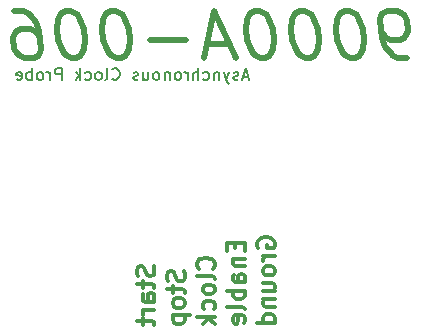
<source format=gbr>
G04 #@! TF.GenerationSoftware,KiCad,Pcbnew,(5.1.4)-1*
G04 #@! TF.CreationDate,2021-07-27T11:29:55-04:00*
G04 #@! TF.ProjectId,9000 Clock Module,39303030-2043-46c6-9f63-6b204d6f6475,rev?*
G04 #@! TF.SameCoordinates,Original*
G04 #@! TF.FileFunction,Legend,Bot*
G04 #@! TF.FilePolarity,Positive*
%FSLAX46Y46*%
G04 Gerber Fmt 4.6, Leading zero omitted, Abs format (unit mm)*
G04 Created by KiCad (PCBNEW (5.1.4)-1) date 2021-07-27 11:29:55*
%MOMM*%
%LPD*%
G04 APERTURE LIST*
%ADD10C,0.150000*%
%ADD11C,0.500000*%
%ADD12C,0.300000*%
G04 APERTURE END LIST*
D10*
X114643333Y-62626666D02*
X114167142Y-62626666D01*
X114738571Y-62912380D02*
X114405238Y-61912380D01*
X114071904Y-62912380D01*
X113786190Y-62864761D02*
X113690952Y-62912380D01*
X113500476Y-62912380D01*
X113405238Y-62864761D01*
X113357619Y-62769523D01*
X113357619Y-62721904D01*
X113405238Y-62626666D01*
X113500476Y-62579047D01*
X113643333Y-62579047D01*
X113738571Y-62531428D01*
X113786190Y-62436190D01*
X113786190Y-62388571D01*
X113738571Y-62293333D01*
X113643333Y-62245714D01*
X113500476Y-62245714D01*
X113405238Y-62293333D01*
X113024285Y-62245714D02*
X112786190Y-62912380D01*
X112548095Y-62245714D02*
X112786190Y-62912380D01*
X112881428Y-63150476D01*
X112929047Y-63198095D01*
X113024285Y-63245714D01*
X112167142Y-62245714D02*
X112167142Y-62912380D01*
X112167142Y-62340952D02*
X112119523Y-62293333D01*
X112024285Y-62245714D01*
X111881428Y-62245714D01*
X111786190Y-62293333D01*
X111738571Y-62388571D01*
X111738571Y-62912380D01*
X110833809Y-62864761D02*
X110929047Y-62912380D01*
X111119523Y-62912380D01*
X111214761Y-62864761D01*
X111262380Y-62817142D01*
X111310000Y-62721904D01*
X111310000Y-62436190D01*
X111262380Y-62340952D01*
X111214761Y-62293333D01*
X111119523Y-62245714D01*
X110929047Y-62245714D01*
X110833809Y-62293333D01*
X110405238Y-62912380D02*
X110405238Y-61912380D01*
X109976666Y-62912380D02*
X109976666Y-62388571D01*
X110024285Y-62293333D01*
X110119523Y-62245714D01*
X110262380Y-62245714D01*
X110357619Y-62293333D01*
X110405238Y-62340952D01*
X109500476Y-62912380D02*
X109500476Y-62245714D01*
X109500476Y-62436190D02*
X109452857Y-62340952D01*
X109405238Y-62293333D01*
X109310000Y-62245714D01*
X109214761Y-62245714D01*
X108738571Y-62912380D02*
X108833809Y-62864761D01*
X108881428Y-62817142D01*
X108929047Y-62721904D01*
X108929047Y-62436190D01*
X108881428Y-62340952D01*
X108833809Y-62293333D01*
X108738571Y-62245714D01*
X108595714Y-62245714D01*
X108500476Y-62293333D01*
X108452857Y-62340952D01*
X108405238Y-62436190D01*
X108405238Y-62721904D01*
X108452857Y-62817142D01*
X108500476Y-62864761D01*
X108595714Y-62912380D01*
X108738571Y-62912380D01*
X107976666Y-62245714D02*
X107976666Y-62912380D01*
X107976666Y-62340952D02*
X107929047Y-62293333D01*
X107833809Y-62245714D01*
X107690952Y-62245714D01*
X107595714Y-62293333D01*
X107548095Y-62388571D01*
X107548095Y-62912380D01*
X106929047Y-62912380D02*
X107024285Y-62864761D01*
X107071904Y-62817142D01*
X107119523Y-62721904D01*
X107119523Y-62436190D01*
X107071904Y-62340952D01*
X107024285Y-62293333D01*
X106929047Y-62245714D01*
X106786190Y-62245714D01*
X106690952Y-62293333D01*
X106643333Y-62340952D01*
X106595714Y-62436190D01*
X106595714Y-62721904D01*
X106643333Y-62817142D01*
X106690952Y-62864761D01*
X106786190Y-62912380D01*
X106929047Y-62912380D01*
X105738571Y-62245714D02*
X105738571Y-62912380D01*
X106167142Y-62245714D02*
X106167142Y-62769523D01*
X106119523Y-62864761D01*
X106024285Y-62912380D01*
X105881428Y-62912380D01*
X105786190Y-62864761D01*
X105738571Y-62817142D01*
X105310000Y-62864761D02*
X105214761Y-62912380D01*
X105024285Y-62912380D01*
X104929047Y-62864761D01*
X104881428Y-62769523D01*
X104881428Y-62721904D01*
X104929047Y-62626666D01*
X105024285Y-62579047D01*
X105167142Y-62579047D01*
X105262380Y-62531428D01*
X105310000Y-62436190D01*
X105310000Y-62388571D01*
X105262380Y-62293333D01*
X105167142Y-62245714D01*
X105024285Y-62245714D01*
X104929047Y-62293333D01*
X103119523Y-62817142D02*
X103167142Y-62864761D01*
X103310000Y-62912380D01*
X103405238Y-62912380D01*
X103548095Y-62864761D01*
X103643333Y-62769523D01*
X103690952Y-62674285D01*
X103738571Y-62483809D01*
X103738571Y-62340952D01*
X103690952Y-62150476D01*
X103643333Y-62055238D01*
X103548095Y-61960000D01*
X103405238Y-61912380D01*
X103310000Y-61912380D01*
X103167142Y-61960000D01*
X103119523Y-62007619D01*
X102548095Y-62912380D02*
X102643333Y-62864761D01*
X102690952Y-62769523D01*
X102690952Y-61912380D01*
X102024285Y-62912380D02*
X102119523Y-62864761D01*
X102167142Y-62817142D01*
X102214761Y-62721904D01*
X102214761Y-62436190D01*
X102167142Y-62340952D01*
X102119523Y-62293333D01*
X102024285Y-62245714D01*
X101881428Y-62245714D01*
X101786190Y-62293333D01*
X101738571Y-62340952D01*
X101690952Y-62436190D01*
X101690952Y-62721904D01*
X101738571Y-62817142D01*
X101786190Y-62864761D01*
X101881428Y-62912380D01*
X102024285Y-62912380D01*
X100833809Y-62864761D02*
X100929047Y-62912380D01*
X101119523Y-62912380D01*
X101214761Y-62864761D01*
X101262380Y-62817142D01*
X101310000Y-62721904D01*
X101310000Y-62436190D01*
X101262380Y-62340952D01*
X101214761Y-62293333D01*
X101119523Y-62245714D01*
X100929047Y-62245714D01*
X100833809Y-62293333D01*
X100405238Y-62912380D02*
X100405238Y-61912380D01*
X100310000Y-62531428D02*
X100024285Y-62912380D01*
X100024285Y-62245714D02*
X100405238Y-62626666D01*
X98833809Y-62912380D02*
X98833809Y-61912380D01*
X98452857Y-61912380D01*
X98357619Y-61960000D01*
X98310000Y-62007619D01*
X98262380Y-62102857D01*
X98262380Y-62245714D01*
X98310000Y-62340952D01*
X98357619Y-62388571D01*
X98452857Y-62436190D01*
X98833809Y-62436190D01*
X97833809Y-62912380D02*
X97833809Y-62245714D01*
X97833809Y-62436190D02*
X97786190Y-62340952D01*
X97738571Y-62293333D01*
X97643333Y-62245714D01*
X97548095Y-62245714D01*
X97071904Y-62912380D02*
X97167142Y-62864761D01*
X97214761Y-62817142D01*
X97262380Y-62721904D01*
X97262380Y-62436190D01*
X97214761Y-62340952D01*
X97167142Y-62293333D01*
X97071904Y-62245714D01*
X96929047Y-62245714D01*
X96833809Y-62293333D01*
X96786190Y-62340952D01*
X96738571Y-62436190D01*
X96738571Y-62721904D01*
X96786190Y-62817142D01*
X96833809Y-62864761D01*
X96929047Y-62912380D01*
X97071904Y-62912380D01*
X96310000Y-62912380D02*
X96310000Y-61912380D01*
X96310000Y-62293333D02*
X96214761Y-62245714D01*
X96024285Y-62245714D01*
X95929047Y-62293333D01*
X95881428Y-62340952D01*
X95833809Y-62436190D01*
X95833809Y-62721904D01*
X95881428Y-62817142D01*
X95929047Y-62864761D01*
X96024285Y-62912380D01*
X96214761Y-62912380D01*
X96310000Y-62864761D01*
X95024285Y-62864761D02*
X95119523Y-62912380D01*
X95310000Y-62912380D01*
X95405238Y-62864761D01*
X95452857Y-62769523D01*
X95452857Y-62388571D01*
X95405238Y-62293333D01*
X95310000Y-62245714D01*
X95119523Y-62245714D01*
X95024285Y-62293333D01*
X94976666Y-62388571D01*
X94976666Y-62483809D01*
X95452857Y-62579047D01*
D11*
X128072767Y-61039523D02*
X127310863Y-61039523D01*
X126906101Y-60849047D01*
X126691815Y-60658571D01*
X126239434Y-60087142D01*
X125953720Y-59325238D01*
X125763244Y-57801428D01*
X125906101Y-57420476D01*
X126072767Y-57230000D01*
X126429910Y-57039523D01*
X127191815Y-57039523D01*
X127596577Y-57230000D01*
X127810863Y-57420476D01*
X128048958Y-57801428D01*
X128168005Y-58753809D01*
X128025148Y-59134761D01*
X127858482Y-59325238D01*
X127501339Y-59515714D01*
X126739434Y-59515714D01*
X126334672Y-59325238D01*
X126120386Y-59134761D01*
X125882291Y-58753809D01*
X123191815Y-57039523D02*
X122810863Y-57039523D01*
X122453720Y-57230000D01*
X122287053Y-57420476D01*
X122144196Y-57801428D01*
X122048958Y-58563333D01*
X122168005Y-59515714D01*
X122453720Y-60277619D01*
X122691815Y-60658571D01*
X122906101Y-60849047D01*
X123310863Y-61039523D01*
X123691815Y-61039523D01*
X124048958Y-60849047D01*
X124215625Y-60658571D01*
X124358482Y-60277619D01*
X124453720Y-59515714D01*
X124334672Y-58563333D01*
X124048958Y-57801428D01*
X123810863Y-57420476D01*
X123596577Y-57230000D01*
X123191815Y-57039523D01*
X119382291Y-57039523D02*
X119001339Y-57039523D01*
X118644196Y-57230000D01*
X118477529Y-57420476D01*
X118334672Y-57801428D01*
X118239434Y-58563333D01*
X118358482Y-59515714D01*
X118644196Y-60277619D01*
X118882291Y-60658571D01*
X119096577Y-60849047D01*
X119501339Y-61039523D01*
X119882291Y-61039523D01*
X120239434Y-60849047D01*
X120406101Y-60658571D01*
X120548958Y-60277619D01*
X120644196Y-59515714D01*
X120525148Y-58563333D01*
X120239434Y-57801428D01*
X120001339Y-57420476D01*
X119787053Y-57230000D01*
X119382291Y-57039523D01*
X115572767Y-57039523D02*
X115191815Y-57039523D01*
X114834672Y-57230000D01*
X114668005Y-57420476D01*
X114525148Y-57801428D01*
X114429910Y-58563333D01*
X114548958Y-59515714D01*
X114834672Y-60277619D01*
X115072767Y-60658571D01*
X115287053Y-60849047D01*
X115691815Y-61039523D01*
X116072767Y-61039523D01*
X116429910Y-60849047D01*
X116596577Y-60658571D01*
X116739434Y-60277619D01*
X116834672Y-59515714D01*
X116715625Y-58563333D01*
X116429910Y-57801428D01*
X116191815Y-57420476D01*
X115977529Y-57230000D01*
X115572767Y-57039523D01*
X113072767Y-59896666D02*
X111168005Y-59896666D01*
X113596577Y-61039523D02*
X111763244Y-57039523D01*
X110929910Y-61039523D01*
X109406101Y-59515714D02*
X106358482Y-59515714D01*
X103382291Y-57039523D02*
X103001339Y-57039523D01*
X102644196Y-57230000D01*
X102477529Y-57420476D01*
X102334672Y-57801428D01*
X102239434Y-58563333D01*
X102358482Y-59515714D01*
X102644196Y-60277619D01*
X102882291Y-60658571D01*
X103096577Y-60849047D01*
X103501339Y-61039523D01*
X103882291Y-61039523D01*
X104239434Y-60849047D01*
X104406101Y-60658571D01*
X104548958Y-60277619D01*
X104644196Y-59515714D01*
X104525148Y-58563333D01*
X104239434Y-57801428D01*
X104001339Y-57420476D01*
X103787053Y-57230000D01*
X103382291Y-57039523D01*
X99572767Y-57039523D02*
X99191815Y-57039523D01*
X98834672Y-57230000D01*
X98668005Y-57420476D01*
X98525148Y-57801428D01*
X98429910Y-58563333D01*
X98548958Y-59515714D01*
X98834672Y-60277619D01*
X99072767Y-60658571D01*
X99287053Y-60849047D01*
X99691815Y-61039523D01*
X100072767Y-61039523D01*
X100429910Y-60849047D01*
X100596577Y-60658571D01*
X100739434Y-60277619D01*
X100834672Y-59515714D01*
X100715625Y-58563333D01*
X100429910Y-57801428D01*
X100191815Y-57420476D01*
X99977529Y-57230000D01*
X99572767Y-57039523D01*
X94810863Y-57039523D02*
X95572767Y-57039523D01*
X95977529Y-57230000D01*
X96191815Y-57420476D01*
X96644196Y-57991904D01*
X96929910Y-58753809D01*
X97120386Y-60277619D01*
X96977529Y-60658571D01*
X96810863Y-60849047D01*
X96453720Y-61039523D01*
X95691815Y-61039523D01*
X95287053Y-60849047D01*
X95072767Y-60658571D01*
X94834672Y-60277619D01*
X94715625Y-59325238D01*
X94858482Y-58944285D01*
X95025148Y-58753809D01*
X95382291Y-58563333D01*
X96144196Y-58563333D01*
X96548958Y-58753809D01*
X96763244Y-58944285D01*
X97001339Y-59325238D01*
D12*
X106617142Y-78682142D02*
X106688571Y-78896428D01*
X106688571Y-79253571D01*
X106617142Y-79396428D01*
X106545714Y-79467857D01*
X106402857Y-79539285D01*
X106260000Y-79539285D01*
X106117142Y-79467857D01*
X106045714Y-79396428D01*
X105974285Y-79253571D01*
X105902857Y-78967857D01*
X105831428Y-78825000D01*
X105760000Y-78753571D01*
X105617142Y-78682142D01*
X105474285Y-78682142D01*
X105331428Y-78753571D01*
X105260000Y-78825000D01*
X105188571Y-78967857D01*
X105188571Y-79325000D01*
X105260000Y-79539285D01*
X105688571Y-79967857D02*
X105688571Y-80539285D01*
X105188571Y-80182142D02*
X106474285Y-80182142D01*
X106617142Y-80253571D01*
X106688571Y-80396428D01*
X106688571Y-80539285D01*
X106688571Y-81682142D02*
X105902857Y-81682142D01*
X105760000Y-81610714D01*
X105688571Y-81467857D01*
X105688571Y-81182142D01*
X105760000Y-81039285D01*
X106617142Y-81682142D02*
X106688571Y-81539285D01*
X106688571Y-81182142D01*
X106617142Y-81039285D01*
X106474285Y-80967857D01*
X106331428Y-80967857D01*
X106188571Y-81039285D01*
X106117142Y-81182142D01*
X106117142Y-81539285D01*
X106045714Y-81682142D01*
X106688571Y-82396428D02*
X105688571Y-82396428D01*
X105974285Y-82396428D02*
X105831428Y-82467857D01*
X105760000Y-82539285D01*
X105688571Y-82682142D01*
X105688571Y-82825000D01*
X105688571Y-83110714D02*
X105688571Y-83682142D01*
X105188571Y-83325000D02*
X106474285Y-83325000D01*
X106617142Y-83396428D01*
X106688571Y-83539285D01*
X106688571Y-83682142D01*
X109167142Y-79110714D02*
X109238571Y-79325000D01*
X109238571Y-79682142D01*
X109167142Y-79825000D01*
X109095714Y-79896428D01*
X108952857Y-79967857D01*
X108810000Y-79967857D01*
X108667142Y-79896428D01*
X108595714Y-79825000D01*
X108524285Y-79682142D01*
X108452857Y-79396428D01*
X108381428Y-79253571D01*
X108310000Y-79182142D01*
X108167142Y-79110714D01*
X108024285Y-79110714D01*
X107881428Y-79182142D01*
X107810000Y-79253571D01*
X107738571Y-79396428D01*
X107738571Y-79753571D01*
X107810000Y-79967857D01*
X108238571Y-80396428D02*
X108238571Y-80967857D01*
X107738571Y-80610714D02*
X109024285Y-80610714D01*
X109167142Y-80682142D01*
X109238571Y-80825000D01*
X109238571Y-80967857D01*
X109238571Y-81682142D02*
X109167142Y-81539285D01*
X109095714Y-81467857D01*
X108952857Y-81396428D01*
X108524285Y-81396428D01*
X108381428Y-81467857D01*
X108310000Y-81539285D01*
X108238571Y-81682142D01*
X108238571Y-81896428D01*
X108310000Y-82039285D01*
X108381428Y-82110714D01*
X108524285Y-82182142D01*
X108952857Y-82182142D01*
X109095714Y-82110714D01*
X109167142Y-82039285D01*
X109238571Y-81896428D01*
X109238571Y-81682142D01*
X108238571Y-82825000D02*
X109738571Y-82825000D01*
X108310000Y-82825000D02*
X108238571Y-82967857D01*
X108238571Y-83253571D01*
X108310000Y-83396428D01*
X108381428Y-83467857D01*
X108524285Y-83539285D01*
X108952857Y-83539285D01*
X109095714Y-83467857D01*
X109167142Y-83396428D01*
X109238571Y-83253571D01*
X109238571Y-82967857D01*
X109167142Y-82825000D01*
X111645714Y-78896428D02*
X111717142Y-78825000D01*
X111788571Y-78610714D01*
X111788571Y-78467857D01*
X111717142Y-78253571D01*
X111574285Y-78110714D01*
X111431428Y-78039285D01*
X111145714Y-77967857D01*
X110931428Y-77967857D01*
X110645714Y-78039285D01*
X110502857Y-78110714D01*
X110360000Y-78253571D01*
X110288571Y-78467857D01*
X110288571Y-78610714D01*
X110360000Y-78825000D01*
X110431428Y-78896428D01*
X111788571Y-79753571D02*
X111717142Y-79610714D01*
X111574285Y-79539285D01*
X110288571Y-79539285D01*
X111788571Y-80539285D02*
X111717142Y-80396428D01*
X111645714Y-80325000D01*
X111502857Y-80253571D01*
X111074285Y-80253571D01*
X110931428Y-80325000D01*
X110860000Y-80396428D01*
X110788571Y-80539285D01*
X110788571Y-80753571D01*
X110860000Y-80896428D01*
X110931428Y-80967857D01*
X111074285Y-81039285D01*
X111502857Y-81039285D01*
X111645714Y-80967857D01*
X111717142Y-80896428D01*
X111788571Y-80753571D01*
X111788571Y-80539285D01*
X111717142Y-82325000D02*
X111788571Y-82182142D01*
X111788571Y-81896428D01*
X111717142Y-81753571D01*
X111645714Y-81682142D01*
X111502857Y-81610714D01*
X111074285Y-81610714D01*
X110931428Y-81682142D01*
X110860000Y-81753571D01*
X110788571Y-81896428D01*
X110788571Y-82182142D01*
X110860000Y-82325000D01*
X111788571Y-82967857D02*
X110288571Y-82967857D01*
X111217142Y-83110714D02*
X111788571Y-83539285D01*
X110788571Y-83539285D02*
X111360000Y-82967857D01*
X113552857Y-76682142D02*
X113552857Y-77182142D01*
X114338571Y-77396428D02*
X114338571Y-76682142D01*
X112838571Y-76682142D01*
X112838571Y-77396428D01*
X113338571Y-78039285D02*
X114338571Y-78039285D01*
X113481428Y-78039285D02*
X113410000Y-78110714D01*
X113338571Y-78253571D01*
X113338571Y-78467857D01*
X113410000Y-78610714D01*
X113552857Y-78682142D01*
X114338571Y-78682142D01*
X114338571Y-80039285D02*
X113552857Y-80039285D01*
X113410000Y-79967857D01*
X113338571Y-79825000D01*
X113338571Y-79539285D01*
X113410000Y-79396428D01*
X114267142Y-80039285D02*
X114338571Y-79896428D01*
X114338571Y-79539285D01*
X114267142Y-79396428D01*
X114124285Y-79325000D01*
X113981428Y-79325000D01*
X113838571Y-79396428D01*
X113767142Y-79539285D01*
X113767142Y-79896428D01*
X113695714Y-80039285D01*
X114338571Y-80753571D02*
X112838571Y-80753571D01*
X113410000Y-80753571D02*
X113338571Y-80896428D01*
X113338571Y-81182142D01*
X113410000Y-81325000D01*
X113481428Y-81396428D01*
X113624285Y-81467857D01*
X114052857Y-81467857D01*
X114195714Y-81396428D01*
X114267142Y-81325000D01*
X114338571Y-81182142D01*
X114338571Y-80896428D01*
X114267142Y-80753571D01*
X114338571Y-82325000D02*
X114267142Y-82182142D01*
X114124285Y-82110714D01*
X112838571Y-82110714D01*
X114267142Y-83467857D02*
X114338571Y-83325000D01*
X114338571Y-83039285D01*
X114267142Y-82896428D01*
X114124285Y-82825000D01*
X113552857Y-82825000D01*
X113410000Y-82896428D01*
X113338571Y-83039285D01*
X113338571Y-83325000D01*
X113410000Y-83467857D01*
X113552857Y-83539285D01*
X113695714Y-83539285D01*
X113838571Y-82825000D01*
X115460000Y-77110714D02*
X115388571Y-76967857D01*
X115388571Y-76753571D01*
X115460000Y-76539285D01*
X115602857Y-76396428D01*
X115745714Y-76325000D01*
X116031428Y-76253571D01*
X116245714Y-76253571D01*
X116531428Y-76325000D01*
X116674285Y-76396428D01*
X116817142Y-76539285D01*
X116888571Y-76753571D01*
X116888571Y-76896428D01*
X116817142Y-77110714D01*
X116745714Y-77182142D01*
X116245714Y-77182142D01*
X116245714Y-76896428D01*
X116888571Y-77825000D02*
X115888571Y-77825000D01*
X116174285Y-77825000D02*
X116031428Y-77896428D01*
X115960000Y-77967857D01*
X115888571Y-78110714D01*
X115888571Y-78253571D01*
X116888571Y-78967857D02*
X116817142Y-78825000D01*
X116745714Y-78753571D01*
X116602857Y-78682142D01*
X116174285Y-78682142D01*
X116031428Y-78753571D01*
X115960000Y-78825000D01*
X115888571Y-78967857D01*
X115888571Y-79182142D01*
X115960000Y-79325000D01*
X116031428Y-79396428D01*
X116174285Y-79467857D01*
X116602857Y-79467857D01*
X116745714Y-79396428D01*
X116817142Y-79325000D01*
X116888571Y-79182142D01*
X116888571Y-78967857D01*
X115888571Y-80753571D02*
X116888571Y-80753571D01*
X115888571Y-80110714D02*
X116674285Y-80110714D01*
X116817142Y-80182142D01*
X116888571Y-80325000D01*
X116888571Y-80539285D01*
X116817142Y-80682142D01*
X116745714Y-80753571D01*
X115888571Y-81467857D02*
X116888571Y-81467857D01*
X116031428Y-81467857D02*
X115960000Y-81539285D01*
X115888571Y-81682142D01*
X115888571Y-81896428D01*
X115960000Y-82039285D01*
X116102857Y-82110714D01*
X116888571Y-82110714D01*
X116888571Y-83467857D02*
X115388571Y-83467857D01*
X116817142Y-83467857D02*
X116888571Y-83325000D01*
X116888571Y-83039285D01*
X116817142Y-82896428D01*
X116745714Y-82825000D01*
X116602857Y-82753571D01*
X116174285Y-82753571D01*
X116031428Y-82825000D01*
X115960000Y-82896428D01*
X115888571Y-83039285D01*
X115888571Y-83325000D01*
X115960000Y-83467857D01*
M02*

</source>
